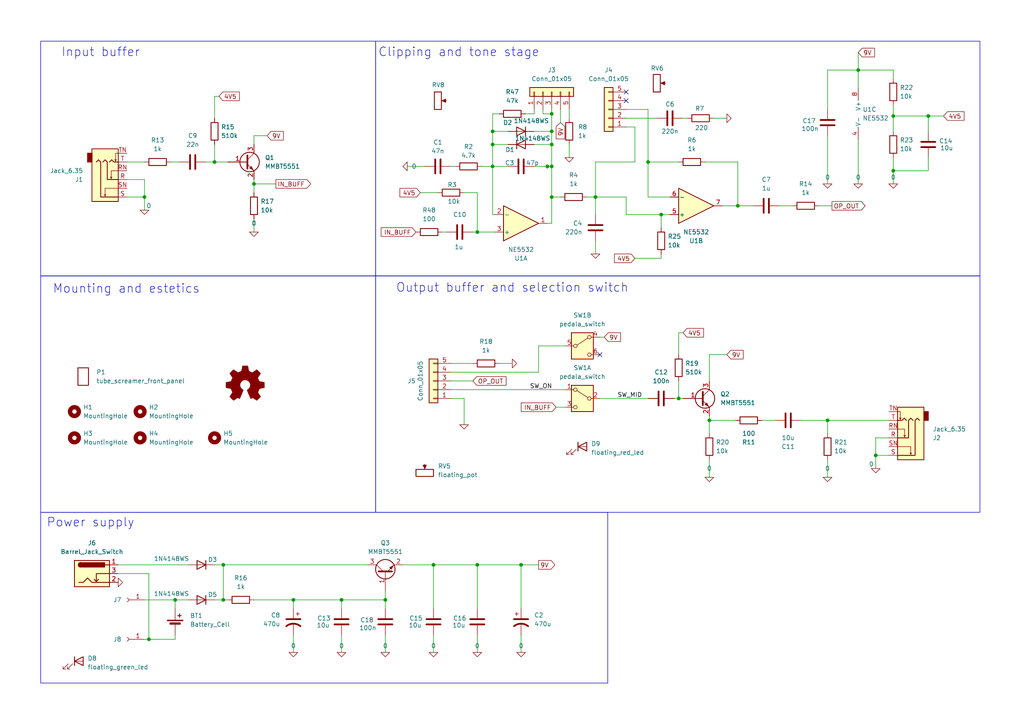
<source format=kicad_sch>
(kicad_sch (version 20250114) (generator "eeschema") (generator_version "9.0")
  (paper "A4")
  (lib_symbols
    (symbol "Amplifier_Operational:NE5532" (pin_names (offset 0.127))
      (property "Reference" "U" (at 0 5.08 0))
      (property "Value" "NE5532" (at 0 -5.08 0))
      (symbol "NE5532_1_1"
        (pin input line (at -7.62 2.54 0) (length 2.54) (name "+") (number "3"))
        (pin input line (at -7.62 -2.54 0) (length 2.54) (name "-") (number "2"))
        (pin output line (at 7.62 0 180) (length 2.54) (name "~") (number "1"))
      )
      (symbol "NE5532_2_1"
        (pin input line (at -7.62 2.54 0) (length 2.54) (name "+") (number "5"))
        (pin input line (at -7.62 -2.54 0) (length 2.54) (name "-") (number "6"))
        (pin output line (at 7.62 0 180) (length 2.54) (name "~") (number "7"))
      )
      (symbol "NE5532_3_1"
        (pin power_in line (at -2.54 7.62 270) (length 3.81) (name "V+") (number "8"))
        (pin power_in line (at -2.54 -7.62 90) (length 3.81) (name "V-") (number "4"))
      )
    )
    (symbol "Connector:Barrel_Jack_Switch" (pin_names (hide yes))
      (property "Reference" "J" (at 0 5.334 0))
      (property "Value" "Barrel_Jack_Switch" (at 0 -5.08 0))
      (symbol "Barrel_Jack_Switch_1_1"
        (pin passive line (at 7.62 2.54 180) (length 2.54) (name "~") (number "1"))
        (pin passive line (at 7.62 0 180) (length 2.54) (name "~") (number "3"))
        (pin passive line (at 7.62 -2.54 180) (length 2.54) (name "~") (number "2"))
      )
    )
    (symbol "Connector:Conn_01x01_Socket" (pin_names (offset 1.016) (hide yes))
      (property "Reference" "J" (at 0 2.54 0))
      (property "Value" "Conn_01x01_Socket" (at 0 -2.54 0))
      (symbol "Conn_01x01_Socket_1_1"
        (pin passive line (at -5.08 0 0) (length 3.81) (name "Pin_1") (number "1"))
      )
    )
    (symbol "Connector_Generic:Conn_01x05" (pin_names (offset 1.016) (hide yes))
      (property "Reference" "J" (at 0 7.62 0))
      (property "Value" "Conn_01x05" (at 0 -7.62 0))
      (symbol "Conn_01x05_1_1"
        (pin passive line (at -5.08 5.08 0) (length 3.81) (name "Pin_1") (number "1"))
        (pin passive line (at -5.08 2.54 0) (length 3.81) (name "Pin_2") (number "2"))
        (pin passive line (at -5.08 0 0) (length 3.81) (name "Pin_3") (number "3"))
        (pin passive line (at -5.08 -2.54 0) (length 3.81) (name "Pin_4") (number "4"))
        (pin passive line (at -5.08 -5.08 0) (length 3.81) (name "Pin_5") (number "5"))
      )
    )
    (symbol "Device:Battery_Cell" (pin_numbers (hide yes)) (pin_names (offset 0) (hide yes))
      (property "Reference" "BT" (at 2.54 2.54 0))
      (property "Value" "Battery_Cell" (at 2.54 0 0))
      (symbol "Battery_Cell_1_1"
        (pin passive line (at 0 5.08 270) (length 2.54) (name "+") (number "1"))
        (pin passive line (at 0 -2.54 90) (length 2.54) (name "-") (number "2"))
      )
    )
    (symbol "Device:C" (pin_numbers (hide yes)) (pin_names (offset 0.254))
      (property "Reference" "C" (at 0.635 2.54 0))
      (property "Value" "C" (at 0.635 -2.54 0))
      (symbol "C_1_1"
        (pin passive line (at 0 3.81 270) (length 2.794) (name "~") (number "1"))
        (pin passive line (at 0 -3.81 90) (length 2.794) (name "~") (number "2"))
      )
    )
    (symbol "Device:C_Polarized_US" (pin_numbers (hide yes)) (pin_names (offset 0.254) (hide yes))
      (property "Reference" "C" (at 0.635 2.54 0))
      (property "Value" "C_Polarized_US" (at 0.635 -2.54 0))
      (symbol "C_Polarized_US_1_1"
        (pin passive line (at 0 3.81 270) (length 2.794) (name "~") (number "1"))
        (pin passive line (at 0 -3.81 90) (length 3.302) (name "~") (number "2"))
      )
    )
    (symbol "Device:R" (pin_numbers (hide yes)) (pin_names (offset 0))
      (property "Reference" "R" (at 2.032 0 90))
      (property "Value" "R" (at 0 0 90))
      (symbol "R_1_1"
        (pin passive line (at 0 3.81 270) (length 1.27) (name "~") (number "1"))
        (pin passive line (at 0 -3.81 90) (length 1.27) (name "~") (number "2"))
      )
    )
    (symbol "Diode:1N4148WS" (pin_numbers (hide yes)) (pin_names (hide yes))
      (property "Reference" "D" (at 0 2.54 0))
      (property "Value" "1N4148WS" (at 0 -2.54 0))
      (symbol "1N4148WS_1_1"
        (pin passive line (at -3.81 0 0) (length 2.54) (name "K") (number "1"))
        (pin passive line (at 3.81 0 180) (length 2.54) (name "A") (number "2"))
      )
    )
    (symbol "Graphic:Logo_Open_Hardware_Small" (in_bom no) (on_board no))
    (symbol "Mechanical:MountingHole" (pin_names (offset 1.016))
      (property "Reference" "H" (at 0 5.08 0))
      (property "Value" "MountingHole" (at 0 3.175 0))
    )
    (symbol "Simulation_SPICE:0" (power) (pin_names (offset 0))
      (property "Value" "0" (at 0 -1.778 0))
      (symbol "0_1_1"
        (pin power_in line (at 0 0 0) (length 0) (hide yes) (name "0") (number "1"))
      )
    )
    (symbol "Transistor_BJT:BC817" (pin_names (offset 0) (hide yes))
      (property "Reference" "Q" (at 5.08 1.905 0))
      (property "Value" "BC817" (at 5.08 0 0))
      (symbol "BC817_1_1"
        (pin input line (at -5.08 0 0) (length 5.715) (name "B") (number "1"))
        (pin passive line (at 2.54 5.08 270) (length 2.54) (name "C") (number "3"))
        (pin passive line (at 2.54 -5.08 90) (length 2.54) (name "E") (number "2"))
      )
    )
    (symbol "pedale:Jack_6.35"
      (property "Reference" "J" (at 0 11.43 0))
      (property "Value" "Jack_6.35" (at 0 8.89 0))
      (symbol "Jack_6.35_1_1"
        (pin passive line (at 5.08 5.08 180) (length 2.54) (name "~") (number "S"))
        (pin passive line (at 5.08 2.54 180) (length 2.54) (name "~") (number "SN"))
        (pin passive line (at 5.08 0 180) (length 2.54) (name "~") (number "R"))
        (pin passive line (at 5.08 -2.54 180) (length 2.54) (name "~") (number "RN"))
        (pin passive line (at 5.08 -5.08 180) (length 2.54) (name "~") (number "T"))
        (pin passive line (at 5.08 -7.62 180) (length 2.54) (name "~") (number "TN"))
      )
    )
    (symbol "pedale:floating_green_led" (pin_numbers (hide yes)) (pin_names (offset 1.016) (hide yes))
      (property "Reference" "D" (at 0 2.54 0))
      (property "Value" "floating_green_led" (at 0 -2.54 0))
    )
    (symbol "pedale:floating_pot" (pin_names (offset 1.016) (hide yes))
      (property "Reference" "RV" (at -4.445 0 90))
      (property "Value" "floating_pot" (at -2.54 0 90))
    )
    (symbol "pedale:floating_red_led" (pin_numbers (hide yes)) (pin_names (offset 1.016) (hide yes))
      (property "Reference" "D" (at 0 2.54 0))
      (property "Value" "floating_red_led" (at 0 -2.54 0))
    )
    (symbol "pedale:pedala_switch" (pin_names (offset 0) (hide yes))
      (property "Reference" "SW" (at 0 5.08 0))
      (property "Value" "pedala_switch" (at 0 -5.08 0))
      (symbol "pedala_switch_1_1"
        (pin passive line (at -5.08 0 0) (length 2.54) (name "B") (number "2"))
        (pin passive line (at 5.08 2.54 180) (length 2.54) (name "A") (number "1"))
        (pin passive line (at 5.08 -2.54 180) (length 2.54) (name "C") (number "3"))
      )
      (symbol "pedala_switch_2_1"
        (pin passive line (at -5.08 0 0) (length 2.54) (name "B") (number "5"))
        (pin passive line (at 5.08 2.54 180) (length 2.54) (name "A") (number "4"))
        (pin passive line (at 5.08 -2.54 180) (length 2.54) (name "C") (number "6"))
      )
    )
    (symbol "pedale:tube_screamer_front_panel" (pin_names (offset 1.016) (hide yes))
      (property "Reference" "P" (at 0.254 4.318 0))
      (property "Value" "tube_screamer_front_panel" (at -2.54 0 90))
    )
  )
  (rectangle (start 108.966 11.938) (end 284.226 80.01))
  (rectangle (start 11.811 80.01) (end 108.966 148.59))
  (rectangle (start 108.966 80.01) (end 284.226 148.59))
  (rectangle (start 11.811 11.938) (end 108.966 80.01))
  (rectangle (start 11.811 148.59) (end 176.276 198.12))
  (text "Input buffer" (at 29.21 15.24 0) (effects (font (size 2.54 2.54))))
  (text "Mounting and estetics" (at 15.24 85.344 0) (effects (font (size 2.54 2.54)) (justify left bottom)))
  (text "Clipping and tone stage" (at 133.096 15.24 0) (effects (font (size 2.54 2.54))))
  (text "Output buffer and selection switch" (at 148.59 83.566 0) (effects (font (size 2.54 2.54))))
  (text "Power supply" (at 13.462 151.638 0) (effects (font (size 2.54 2.54)) (justify left)))
  (junction (at 142.875 38.1))
  (junction (at 64.77 173.99))
  (junction (at 259.08 33.655))
  (junction (at 187.96 46.99))
  (junction (at 142.875 48.26))
  (junction (at 160.02 57.15))
  (junction (at 99.06 173.99))
  (junction (at 73.66 53.34))
  (junction (at 64.77 163.83))
  (junction (at 41.91 57.15))
  (junction (at 205.74 121.92))
  (junction (at 259.08 49.53))
  (junction (at 111.76 173.99))
  (junction (at 62.23 46.99))
  (junction (at 213.995 59.69))
  (junction (at 43.18 185.42))
  (junction (at 248.92 20.32))
  (junction (at 85.09 173.99))
  (junction (at 254 132.08))
  (junction (at 160.02 38.1))
  (junction (at 151.13 163.83))
  (junction (at 196.85 115.57))
  (junction (at 240.03 121.92))
  (junction (at 191.77 62.23))
  (junction (at 138.43 67.31))
  (junction (at 158.75 48.26))
  (junction (at 160.02 41.91))
  (junction (at 269.24 33.655))
  (junction (at 172.72 57.15))
  (junction (at 50.8 173.99))
  (junction (at 160.02 33.02))
  (junction (at 138.43 163.83))
  (junction (at 160.02 48.26))
  (junction (at 142.875 41.91))
  (junction (at 125.73 163.83))
  (no_connect (at 173.99 102.87))
  (no_connect (at 181.61 26.67))
  (no_connect (at 181.61 29.21))
  (wire (pts (xy 73.66 39.37) (xy 73.66 41.91)))
  (wire (pts (xy 64.77 163.83) (xy 106.68 163.83)))
  (wire (pts (xy 111.76 171.45) (xy 111.76 173.99)))
  (wire (pts (xy 196.85 110.49) (xy 196.85 115.57)))
  (wire (pts (xy 181.61 36.83) (xy 184.15 36.83)))
  (wire (pts (xy 147.32 38.1) (xy 142.875 38.1)))
  (wire (pts (xy 130.81 105.41) (xy 137.16 105.41)))
  (wire (pts (xy 36.83 57.15) (xy 41.91 57.15)))
  (wire (pts (xy 269.24 33.655) (xy 269.24 38.1)))
  (wire (pts (xy 62.23 34.29) (xy 62.23 27.94)))
  (wire (pts (xy 160.02 41.91) (xy 160.02 48.26)))
  (wire (pts (xy 138.43 184.15) (xy 138.43 189.23)))
  (wire (pts (xy 226.06 59.69) (xy 229.87 59.69)))
  (wire (pts (xy 62.23 41.91) (xy 62.23 46.99)))
  (wire (pts (xy 130.81 48.26) (xy 132.08 48.26)))
  (wire (pts (xy 232.41 121.92) (xy 240.03 121.92)))
  (wire (pts (xy 237.49 59.69) (xy 241.3 59.69)))
  (wire (pts (xy 165.1 31.75) (xy 165.1 34.29)))
  (wire (pts (xy 139.7 48.26) (xy 142.875 48.26)))
  (wire (pts (xy 161.29 118.11) (xy 163.83 118.11)))
  (wire (pts (xy 240.03 121.92) (xy 240.03 125.73)))
  (wire (pts (xy 196.85 96.52) (xy 198.12 96.52)))
  (wire (pts (xy 156.21 100.33) (xy 156.21 107.95)))
  (wire (pts (xy 41.91 185.42) (xy 43.18 185.42)))
  (wire (pts (xy 240.03 31.75) (xy 240.03 20.32)))
  (wire (pts (xy 165.1 41.91) (xy 165.1 45.72)))
  (wire (pts (xy 125.73 184.15) (xy 125.73 189.23)))
  (wire (pts (xy 205.74 102.87) (xy 210.82 102.87)))
  (wire (pts (xy 181.61 57.15) (xy 172.72 57.15)))
  (wire (pts (xy 50.8 173.99) (xy 54.61 173.99)))
  (wire (pts (xy 154.94 38.1) (xy 160.02 38.1)))
  (wire (pts (xy 160.02 57.15) (xy 162.56 57.15)))
  (wire (pts (xy 240.03 121.92) (xy 257.81 121.92)))
  (wire (pts (xy 85.09 184.15) (xy 85.09 189.23)))
  (wire (pts (xy 205.74 102.87) (xy 205.74 110.49)))
  (wire (pts (xy 138.43 163.83) (xy 125.73 163.83)))
  (wire (pts (xy 205.74 121.92) (xy 205.74 120.65)))
  (wire (pts (xy 156.21 100.33) (xy 163.83 100.33)))
  (wire (pts (xy 196.85 102.87) (xy 196.85 96.52)))
  (wire (pts (xy 173.99 115.57) (xy 187.96 115.57)))
  (wire (pts (xy 160.02 48.26) (xy 160.02 57.15)))
  (wire (pts (xy 142.875 48.26) (xy 142.875 62.23)))
  (wire (pts (xy 259.08 30.48) (xy 259.08 33.655)))
  (wire (pts (xy 154.94 41.91) (xy 160.02 41.91)))
  (wire (pts (xy 118.11 48.26) (xy 123.19 48.26)))
  (wire (pts (xy 49.53 46.99) (xy 52.07 46.99)))
  (wire (pts (xy 248.92 40.64) (xy 248.92 53.34)))
  (wire (pts (xy 85.09 173.99) (xy 99.06 173.99)))
  (wire (pts (xy 205.74 121.92) (xy 213.36 121.92)))
  (wire (pts (xy 269.24 33.655) (xy 273.685 33.655)))
  (wire (pts (xy 240.03 133.35) (xy 240.03 138.43)))
  (wire (pts (xy 138.43 67.31) (xy 143.51 67.31)))
  (wire (pts (xy 157.48 31.75) (xy 157.48 33.02)))
  (wire (pts (xy 157.48 33.02) (xy 160.02 33.02)))
  (wire (pts (xy 196.85 115.57) (xy 198.12 115.57)))
  (wire (pts (xy 257.81 127) (xy 254 127)))
  (wire (pts (xy 195.58 115.57) (xy 196.85 115.57)))
  (wire (pts (xy 160.02 48.26) (xy 158.75 48.26)))
  (wire (pts (xy 240.03 39.37) (xy 240.03 53.34)))
  (wire (pts (xy 36.83 46.99) (xy 41.91 46.99)))
  (wire (pts (xy 158.75 64.77) (xy 160.02 64.77)))
  (wire (pts (xy 99.06 184.15) (xy 99.06 189.23)))
  (wire (pts (xy 41.91 57.15) (xy 41.91 60.96)))
  (wire (pts (xy 248.92 20.32) (xy 259.08 20.32)))
  (wire (pts (xy 99.06 173.99) (xy 99.06 176.53)))
  (wire (pts (xy 111.76 176.53) (xy 111.76 173.99)))
  (wire (pts (xy 116.84 163.83) (xy 125.73 163.83)))
  (wire (pts (xy 36.83 52.07) (xy 41.91 52.07)))
  (wire (pts (xy 181.61 34.29) (xy 190.5 34.29)))
  (wire (pts (xy 158.75 48.26) (xy 158.75 48.895)))
  (wire (pts (xy 240.03 20.32) (xy 248.92 20.32)))
  (wire (pts (xy 41.91 173.99) (xy 50.8 173.99)))
  (wire (pts (xy 204.47 46.99) (xy 213.995 46.99)))
  (wire (pts (xy 64.77 163.83) (xy 64.77 173.99)))
  (wire (pts (xy 198.12 34.29) (xy 199.39 34.29)))
  (wire (pts (xy 187.96 46.99) (xy 187.96 57.15)))
  (wire (pts (xy 142.875 41.91) (xy 142.875 38.1)))
  (wire (pts (xy 50.8 176.53) (xy 50.8 173.99)))
  (wire (pts (xy 138.43 55.88) (xy 138.43 67.31)))
  (wire (pts (xy 59.69 46.99) (xy 62.23 46.99)))
  (wire (pts (xy 170.18 57.15) (xy 172.72 57.15)))
  (wire (pts (xy 156.21 163.83) (xy 151.13 163.83)))
  (wire (pts (xy 248.92 15.24) (xy 248.92 20.32)))
  (wire (pts (xy 191.77 66.04) (xy 191.77 62.23)))
  (wire (pts (xy 213.995 59.69) (xy 213.995 46.99)))
  (wire (pts (xy 184.15 74.93) (xy 191.77 74.93)))
  (wire (pts (xy 62.23 46.99) (xy 66.04 46.99)))
  (wire (pts (xy 154.94 31.75) (xy 154.94 33.02)))
  (wire (pts (xy 154.94 33.02) (xy 152.4 33.02)))
  (wire (pts (xy 73.66 53.34) (xy 73.66 52.07)))
  (wire (pts (xy 130.81 110.49) (xy 137.16 110.49)))
  (wire (pts (xy 138.43 163.83) (xy 138.43 176.53)))
  (wire (pts (xy 162.56 35.56) (xy 162.56 31.75)))
  (wire (pts (xy 130.81 115.57) (xy 134.62 115.57)))
  (wire (pts (xy 43.18 166.37) (xy 43.18 185.42)))
  (wire (pts (xy 205.74 121.92) (xy 205.74 125.73)))
  (wire (pts (xy 181.61 62.23) (xy 181.61 57.15)))
  (wire (pts (xy 187.96 57.15) (xy 194.31 57.15)))
  (wire (pts (xy 259.08 49.53) (xy 259.08 53.34)))
  (wire (pts (xy 73.66 53.34) (xy 80.01 53.34)))
  (wire (pts (xy 269.24 49.53) (xy 259.08 49.53)))
  (wire (pts (xy 41.91 52.07) (xy 41.91 57.15)))
  (wire (pts (xy 207.01 34.29) (xy 210.82 34.29)))
  (wire (pts (xy 259.08 22.86) (xy 259.08 20.32)))
  (wire (pts (xy 259.08 45.72) (xy 259.08 49.53)))
  (wire (pts (xy 73.66 39.37) (xy 77.47 39.37)))
  (wire (pts (xy 127 55.88) (xy 121.92 55.88)))
  (wire (pts (xy 130.81 113.03) (xy 163.83 113.03)))
  (wire (pts (xy 254 127) (xy 254 132.08)))
  (wire (pts (xy 62.23 163.83) (xy 64.77 163.83)))
  (wire (pts (xy 248.92 25.4) (xy 248.92 20.32)))
  (wire (pts (xy 99.06 173.99) (xy 111.76 173.99)))
  (wire (pts (xy 142.875 48.26) (xy 147.32 48.26)))
  (wire (pts (xy 184.15 36.83) (xy 184.15 46.99)))
  (wire (pts (xy 213.995 59.69) (xy 218.44 59.69)))
  (wire (pts (xy 209.55 59.69) (xy 213.995 59.69)))
  (wire (pts (xy 85.09 173.99) (xy 85.09 176.53)))
  (wire (pts (xy 160.02 33.02) (xy 160.02 38.1)))
  (wire (pts (xy 160.02 64.77) (xy 160.02 57.15)))
  (wire (pts (xy 111.76 184.15) (xy 111.76 189.23)))
  (wire (pts (xy 134.62 115.57) (xy 134.62 123.19)))
  (wire (pts (xy 144.78 33.02) (xy 142.875 33.02)))
  (wire (pts (xy 156.21 107.95) (xy 130.81 107.95)))
  (wire (pts (xy 191.77 62.23) (xy 194.31 62.23)))
  (wire (pts (xy 62.23 173.99) (xy 64.77 173.99)))
  (wire (pts (xy 224.79 121.92) (xy 220.98 121.92)))
  (wire (pts (xy 191.77 74.93) (xy 191.77 73.66)))
  (wire (pts (xy 205.74 133.35) (xy 205.74 138.43)))
  (wire (pts (xy 73.66 63.5) (xy 73.66 67.31)))
  (wire (pts (xy 187.96 31.75) (xy 187.96 46.99)))
  (wire (pts (xy 187.96 31.75) (xy 181.61 31.75)))
  (wire (pts (xy 34.29 163.83) (xy 54.61 163.83)))
  (wire (pts (xy 160.02 38.1) (xy 160.02 41.91)))
  (wire (pts (xy 184.15 46.99) (xy 172.72 46.99)))
  (wire (pts (xy 151.13 184.15) (xy 151.13 189.23)))
  (wire (pts (xy 142.875 41.91) (xy 142.875 48.26)))
  (wire (pts (xy 151.13 163.83) (xy 138.43 163.83)))
  (wire (pts (xy 142.875 41.91) (xy 147.32 41.91)))
  (wire (pts (xy 73.66 173.99) (xy 85.09 173.99)))
  (wire (pts (xy 43.18 185.42) (xy 50.8 185.42)))
  (wire (pts (xy 142.875 33.02) (xy 142.875 38.1)))
  (wire (pts (xy 160.02 31.75) (xy 160.02 33.02)))
  (wire (pts (xy 50.8 184.15) (xy 50.8 185.42)))
  (wire (pts (xy 254 132.08) (xy 254 135.89)))
  (wire (pts (xy 128.27 67.31) (xy 129.54 67.31)))
  (wire (pts (xy 143.51 62.23) (xy 142.875 62.23)))
  (wire (pts (xy 259.08 33.655) (xy 259.08 38.1)))
  (wire (pts (xy 269.24 33.655) (xy 259.08 33.655)))
  (wire (pts (xy 151.13 163.83) (xy 151.13 176.53)))
  (wire (pts (xy 125.73 163.83) (xy 125.73 176.53)))
  (wire (pts (xy 137.16 67.31) (xy 138.43 67.31)))
  (wire (pts (xy 187.96 46.99) (xy 196.85 46.99)))
  (wire (pts (xy 172.72 46.99) (xy 172.72 57.15)))
  (wire (pts (xy 134.62 55.88) (xy 138.43 55.88)))
  (wire (pts (xy 254 132.08) (xy 257.81 132.08)))
  (wire (pts (xy 144.78 105.41) (xy 148.59 105.41)))
  (wire (pts (xy 34.29 166.37) (xy 43.18 166.37)))
  (wire (pts (xy 191.77 62.23) (xy 181.61 62.23)))
  (wire (pts (xy 62.23 27.94) (xy 63.5 27.94)))
  (wire (pts (xy 175.26 97.79) (xy 173.99 97.79)))
  (wire (pts (xy 172.72 69.85) (xy 172.72 73.66)))
  (wire (pts (xy 269.24 45.72) (xy 269.24 49.53)))
  (wire (pts (xy 154.94 48.26) (xy 158.75 48.26)))
  (wire (pts (xy 73.66 53.34) (xy 73.66 55.88)))
  (wire (pts (xy 172.72 57.15) (xy 172.72 62.23)))
  (wire (pts (xy 66.04 173.99) (xy 64.77 173.99)))
  (label "SW_MID" (at 179.07 115.57 0))
  (label "SW_ON" (at 153.67 113.03 0))
  (global_label "9V" (shape input) (at 248.92 15.24 0) (property "Intersheetrefs" "${INTERSHEET_REFS}" (effects (hide yes))))
  (global_label "IN_BUFF" (shape input) (at 120.65 67.31 180) (property "Intersheetrefs" "${INTERSHEET_REFS}" (effects (hide yes))))
  (global_label "9V" (shape input) (at 162.56 35.56 270) (property "Intersheetrefs" "${INTERSHEET_REFS}" (effects (hide yes))))
  (global_label "9V" (shape input) (at 77.47 39.37 0) (property "Intersheetrefs" "${INTERSHEET_REFS}" (effects (hide yes))))
  (global_label "4V5" (shape input) (at 198.12 96.52 0) (property "Intersheetrefs" "${INTERSHEET_REFS}" (effects (hide yes))))
  (global_label "OP_OUT" (shape input) (at 137.16 110.49 0) (property "Intersheetrefs" "${INTERSHEET_REFS}" (effects (hide yes))))
  (global_label "4V5" (shape input) (at 184.15 74.93 180) (property "Intersheetrefs" "${INTERSHEET_REFS}" (effects (hide yes))))
  (global_label "9V" (shape input) (at 210.82 102.87 0) (property "Intersheetrefs" "${INTERSHEET_REFS}" (effects (hide yes))))
  (global_label "IN_BUFF" (shape input) (at 161.29 118.11 180) (property "Intersheetrefs" "${INTERSHEET_REFS}" (effects (hide yes))))
  (global_label "4V5" (shape input) (at 273.685 33.655 0) (property "Intersheetrefs" "${INTERSHEET_REFS}" (effects (hide yes))))
  (global_label "4V5" (shape input) (at 63.5 27.94 0) (property "Intersheetrefs" "${INTERSHEET_REFS}" (effects (hide yes))))
  (global_label "9V" (shape input) (at 175.26 97.79 0) (property "Intersheetrefs" "${INTERSHEET_REFS}" (effects (hide yes))))
  (global_label "4V5" (shape input) (at 121.92 55.88 180) (property "Intersheetrefs" "${INTERSHEET_REFS}" (effects (hide yes))))
  (global_label "OP_OUT" (shape output) (at 241.3 59.69 0) (property "Intersheetrefs" "${INTERSHEET_REFS}" (effects (hide yes))))
  (global_label "IN_BUFF" (shape output) (at 80.01 53.34 0) (property "Intersheetrefs" "${INTERSHEET_REFS}" (effects (hide yes))))
  (global_label "9V" (shape output) (at 156.21 163.83 0) (property "Intersheetrefs" "${INTERSHEET_REFS}" (effects (hide yes))))
  (symbol (lib_id "Device:R") (at 69.85 173.99 270) (unit 1)
    (property "Reference" "R16" (at 69.85 167.64 90))
    (property "Value" "1k" (at 69.85 170.18 90))
    (property "Footprint" "Resistor_SMD:R_0603_1608Metric_Pad0.98x0.95mm_HandSolder" (effects (hide yes)))
    (property "LCSC" "C21190" (effects (hide yes)))
  )
  (symbol (lib_id "Device:R") (at 148.59 33.02 90) (unit 1)
    (property "Reference" "R47" (at 148.59 26.67 90))
    (property "Value" "47k" (at 148.59 29.21 90))
    (property "Footprint" "Resistor_SMD:R_0603_1608Metric_Pad0.98x0.95mm_HandSolder" (effects (hide yes)))
    (property "LCSC" "C25819" (effects (hide yes)))
  )
  (symbol (lib_id "Connector_Generic:Conn_01x05") (at 160.02 26.67 90) (unit 1)
    (property "Reference" "J3" (at 160.02 20.32 90))
    (property "Value" "Conn_01x05" (at 160.02 22.86 90))
    (property "Footprint" "Connector_JST:JST_EH_B5B-EH-A_1x05_P2.50mm_Vertical" (effects (hide yes)))
    (property "Description" "Generic connector, single row, 01x05, script generated (kicad-library-utils/schlib/autogen/connector/)" (effects (hide yes)))
  )
  (symbol (lib_id "Diode:1N4148WS") (at 151.13 41.91 0) (unit 1)
    (property "Reference" "D1" (at 146.558 43.434 0) (effects (justify left)))
    (property "Value" "1N4148WS" (at 149.352 40.132 0) (effects (justify left)))
    (property "Footprint" "Diode_SMD:D_SOD-323" (effects (hide yes)))
    (property "Datasheet" "https://www.vishay.com/docs/85751/1n4148ws.pdf" (effects (hide yes)))
    (property "Sim.Device" "D" (effects (hide yes)))
    (property "Sim.Pins" "1=K 2=A" (effects (hide yes)))
    (property "Sim.Library" "/home/ostoja/spice_models/diode/1N4148.lib" (effects (hide yes)))
    (property "Sim.Name" "1N4148" (effects (hide yes)))
    (property "LCSC" "C2128" (effects (hide yes)))
  )
  (symbol (lib_id "Mechanical:MountingHole") (at 21.59 127 0) (unit 1)
    (property "Reference" "H3" (at 24.13 125.73 0) (effects (justify left)))
    (property "Value" "MountingHole" (at 24.13 128.27 0) (effects (justify left)))
    (property "Footprint" "pedale:M3_hole_with_spacer" (effects (hide yes)))
  )
  (symbol (lib_id "Diode:1N4148WS") (at 58.42 173.99 180) (unit 1)
    (property "Reference" "D5" (at 62.992 172.466 0) (effects (justify left)))
    (property "Value" "1N4148WS" (at 54.864 172.212 0) (effects (justify left)))
    (property "Footprint" "Diode_SMD:D_SOD-323" (effects (hide yes)))
    (property "Datasheet" "https://www.vishay.com/docs/85751/1n4148ws.pdf" (effects (hide yes)))
    (property "Sim.Device" "D" (effects (hide yes)))
    (property "Sim.Pins" "1=K 2=A" (effects (hide yes)))
    (property "Sim.Library" "/home/ostoja/spice_models/diode/1N4148.lib" (effects (hide yes)))
    (property "Sim.Name" "1N4148" (effects (hide yes)))
    (property "LCSC" "C2128" (effects (hide yes)))
  )
  (symbol (lib_id "Simulation_SPICE:0") (at 111.76 189.23 0) (unit 1)
    (property "Reference" "#GND024" (effects (hide yes)))
    (property "Value" "0" (at 111.76 187.325 0))
  )
  (symbol (lib_id "Device:C") (at 172.72 66.04 0) (mirror x) (unit 1)
    (property "Reference" "C4" (at 168.91 64.7699 0) (effects (justify right)))
    (property "Value" "220n" (at 168.91 67.3099 0) (effects (justify right)))
    (property "Footprint" "Capacitor_SMD:C_0603_1608Metric_Pad1.08x0.95mm_HandSolder" (effects (hide yes)))
    (property "LCSC" "C21120" (effects (hide yes)))
  )
  (symbol (lib_id "Connector:Barrel_Jack_Switch") (at 26.67 166.37 0) (unit 1)
    (property "Reference" "J6" (at 26.67 157.48 0))
    (property "Value" "Barrel_Jack_Switch" (at 26.67 160.02 0))
    (property "Footprint" "pedale:BarrelJack" (effects (hide yes)))
    (property "Description" "DC Barrel Jack with an internal switch" (effects (hide yes)))
  )
  (symbol (lib_id "pedale:pedala_switch") (at 168.91 100.33 0) (unit 2)
    (property "Reference" "SW1" (at 168.91 91.44 0))
    (property "Value" "pedala_switch" (at 168.91 93.98 0))
    (property "Footprint" "pedale:foot_switch_tht_and_floating" (effects (hide yes)))
    (property "Description" "Switch, dual pole double throw, separate symbols" (effects (hide yes)))
  )
  (symbol (lib_id "Transistor_BJT:BC817") (at 111.76 166.37 90) (unit 1)
    (property "Reference" "Q3" (at 111.76 157.48 90))
    (property "Value" "MMBT5551" (at 111.76 160.02 90))
    (property "Footprint" "Package_TO_SOT_SMD:SOT-23" (effects (hide yes)))
    (property "Datasheet" "https://www.onsemi.com/pub/Collateral/BC818-D.pdf" (effects (hide yes)))
    (property "Sim.Library" "/home/ostoja/spice_models/bjts/BC817-40.lib" (effects (hide yes)))
    (property "Sim.Name" "BC817-40" (effects (hide yes)))
    (property "Sim.Device" "NPN" (effects (hide yes)))
    (property "Sim.Type" "GUMMELPOON" (effects (hide yes)))
    (property "Sim.Pins" "1=B 2=E 3=C" (effects (hide yes)))
    (property "Sim.Params" "is=62860a isc=187700a" (effects (hide yes)))
    (property "LCSC" "C2145" (effects (hide yes)))
  )
  (symbol (lib_id "Device:R") (at 200.66 46.99 270) (unit 1)
    (property "Reference" "R6" (at 200.66 40.64 90))
    (property "Value" "1k" (at 200.66 43.18 90))
    (property "Footprint" "Resistor_SMD:R_0603_1608Metric_Pad0.98x0.95mm_HandSolder" (effects (hide yes)))
    (property "LCSC" "C21190" (effects (hide yes)))
  )
  (symbol (lib_id "Simulation_SPICE:0") (at 240.03 53.34 0) (unit 1)
    (property "Reference" "#GND023" (effects (hide yes)))
    (property "Value" "0" (at 240.03 51.435 0))
  )
  (symbol (lib_id "Transistor_BJT:BC817") (at 203.2 115.57 0) (unit 1)
    (property "Reference" "Q2" (at 208.915 114.3 0) (effects (justify left)))
    (property "Value" "MMBT5551" (at 208.915 116.84 0) (effects (justify left)))
    (property "Footprint" "Package_TO_SOT_SMD:SOT-23" (effects (hide yes)))
    (property "Datasheet" "https://www.onsemi.com/pub/Collateral/BC818-D.pdf" (effects (hide yes)))
    (property "Sim.Library" "/home/ostoja/spice_models/bjts/BC817-40.lib" (effects (hide yes)))
    (property "Sim.Name" "BC817-40" (effects (hide yes)))
    (property "Sim.Device" "NPN" (effects (hide yes)))
    (property "Sim.Type" "GUMMELPOON" (effects (hide yes)))
    (property "Sim.Pins" "1=B 2=E 3=C" (effects (hide yes)))
    (property "Sim.Params" "is=62860a isc=187700a" (effects (hide yes)))
    (property "LCSC" "C2145" (effects (hide yes)))
  )
  (symbol (lib_id "pedale:floating_pot") (at 127 29.21 0) (unit 1)
    (property "Reference" "RV8" (at 125.222 24.638 0) (effects (justify left)))
    (property "Value" "floating_pot" (effects (hide yes)))
    (property "Footprint" "pedale:floating_pot" (effects (hide yes)))
    (property "Description" "Potentiometer" (effects (hide yes)))
  )
  (symbol (lib_id "pedale:floating_red_led") (at 168.91 129.54 0) (unit 1)
    (property "Reference" "D9" (at 171.45 128.7144 0) (effects (justify left)))
    (property "Value" "floating_red_led" (at 171.45 131.2544 0) (effects (justify left)))
    (property "Footprint" "pedale:floating_red_led" (effects (hide yes)))
    (property "Description" "Light emitting diode" (effects (hide yes)))
    (property "Sim.Pins" "1=K 2=A" (effects (hide yes)))
  )
  (symbol (lib_id "Simulation_SPICE:0") (at 99.06 189.23 0) (unit 1)
    (property "Reference" "#GND05" (effects (hide yes)))
    (property "Value" "0" (at 99.06 187.325 0))
  )
  (symbol (lib_id "Simulation_SPICE:0") (at 172.72 73.66 0) (unit 1)
    (property "Reference" "#GND09" (effects (hide yes)))
    (property "Value" "0" (effects (hide yes)))
  )
  (symbol (lib_id "Device:C") (at 111.76 180.34 180) (unit 1)
    (property "Reference" "C18" (at 106.426 179.832 0))
    (property "Value" "100n" (at 106.68 182.118 0))
    (property "Footprint" "Capacitor_SMD:C_0603_1608Metric_Pad1.08x0.95mm_HandSolder" (effects (hide yes)))
    (property "LCSC" "C14663" (effects (hide yes)))
  )
  (symbol (lib_id "Device:C") (at 133.35 67.31 90) (unit 1)
    (property "Reference" "C10" (at 133.35 62.23 90))
    (property "Value" "1u" (at 133.096 71.628 90))
    (property "Footprint" "Capacitor_SMD:C_0603_1608Metric_Pad1.08x0.95mm_HandSolder" (effects (hide yes)))
    (property "LCSC" "C15849" (effects (hide yes)))
  )
  (symbol (lib_id "Device:C") (at 127 48.26 90) (unit 1)
    (property "Reference" "C1" (at 127 41.275 90))
    (property "Value" "47n" (at 127 43.815 90))
    (property "Footprint" "Capacitor_SMD:C_0603_1608Metric_Pad1.08x0.95mm_HandSolder" (effects (hide yes)))
    (property "LCSC" "C1622" (effects (hide yes)))
  )
  (symbol (lib_id "Transistor_BJT:BC817") (at 71.12 46.99 0) (unit 1)
    (property "Reference" "Q1" (at 76.835 45.72 0) (effects (justify left)))
    (property "Value" "MMBT5551" (at 76.835 48.26 0) (effects (justify left)))
    (property "Footprint" "Package_TO_SOT_SMD:SOT-23" (effects (hide yes)))
    (property "Datasheet" "https://www.onsemi.com/pub/Collateral/BC818-D.pdf" (effects (hide yes)))
    (property "Sim.Library" "/home/ostoja/spice_models/bjts/BC817-40.lib" (effects (hide yes)))
    (property "Sim.Name" "BC817-40" (effects (hide yes)))
    (property "Sim.Device" "NPN" (effects (hide yes)))
    (property "Sim.Type" "GUMMELPOON" (effects (hide yes)))
    (property "Sim.Pins" "1=B 2=E 3=C" (effects (hide yes)))
    (property "Sim.Params" "is=62860a isc=187700a" (effects (hide yes)))
    (property "LCSC" "C2145" (effects (hide yes)))
  )
  (symbol (lib_id "Device:C") (at 191.77 115.57 90) (unit 1)
    (property "Reference" "C12" (at 191.77 107.95 90))
    (property "Value" "100n" (at 191.77 110.49 90))
    (property "Footprint" "Capacitor_SMD:C_0603_1608Metric_Pad1.08x0.95mm_HandSolder" (effects (hide yes)))
    (property "LCSC" "C14663" (effects (hide yes)))
  )
  (symbol (lib_id "pedale:pedala_switch") (at 168.91 115.57 0) (mirror y) (unit 1)
    (property "Reference" "SW1" (at 168.91 106.68 0))
    (property "Value" "pedala_switch" (at 168.91 109.22 0))
    (property "Footprint" "pedale:foot_switch_tht_and_floating" (effects (hide yes)))
    (property "Description" "Switch, dual pole double throw, separate symbols" (effects (hide yes)))
  )
  (symbol (lib_id "Simulation_SPICE:0") (at 210.82 34.29 90) (unit 1)
    (property "Reference" "#GND010" (effects (hide yes)))
    (property "Value" "0" (effects (hide yes)))
  )
  (symbol (lib_id "Simulation_SPICE:0") (at 34.29 168.91 90) (unit 1)
    (property "Reference" "#GND03" (effects (hide yes)))
    (property "Value" "0" (effects (hide yes)))
  )
  (symbol (lib_id "pedale:floating_green_led") (at 22.86 191.77 0) (unit 1)
    (property "Reference" "D8" (at 25.4 190.9444 0) (effects (justify left)))
    (property "Value" "floating_green_led" (at 25.4 193.4844 0) (effects (justify left)))
    (property "Footprint" "pedale:floating_green_led" (effects (hide yes)))
    (property "Description" "Light emitting diode" (effects (hide yes)))
    (property "Sim.Pins" "1=K 2=A" (effects (hide yes)))
  )
  (symbol (lib_id "Graphic:Logo_Open_Hardware_Small") (at 71.12 111.76 0) (unit 1)
    (property "Reference" "SIM1" (effects (hide yes)))
    (property "Value" "Logo_Open_Hardware_Small" (effects (hide yes)))
    (property "Footprint" "Symbol:OSHW-Logo2_7.3x6mm_SilkScreen" (effects (hide yes)))
    (property "Description" "Open Hardware logo, small" (effects (hide yes)))
  )
  (symbol (lib_id "Simulation_SPICE:0") (at 73.66 67.31 0) (unit 1)
    (property "Reference" "#GND08" (effects (hide yes)))
    (property "Value" "0" (at 73.66 64.77 0))
  )
  (symbol (lib_id "Device:C") (at 55.88 46.99 90) (unit 1)
    (property "Reference" "C9" (at 55.88 39.37 90))
    (property "Value" "22n" (at 55.88 41.91 90))
    (property "Footprint" "Capacitor_SMD:C_0603_1608Metric_Pad1.08x0.95mm_HandSolder" (effects (hide yes)))
    (property "LCSC" "C21122" (effects (hide yes)))
  )
  (symbol (lib_id "Device:R") (at 233.68 59.69 270) (unit 1)
    (property "Reference" "R14" (at 233.68 53.34 90))
    (property "Value" "1k" (at 233.68 55.88 90))
    (property "Footprint" "Resistor_SMD:R_0603_1608Metric_Pad0.98x0.95mm_HandSolder" (effects (hide yes)))
    (property "LCSC" "C21190" (effects (hide yes)))
  )
  (symbol (lib_id "pedale:floating_pot") (at 123.19 137.16 90) (unit 1)
    (property "Reference" "RV5" (at 127 135.1914 90) (effects (justify right)))
    (property "Value" "floating_pot" (at 127 137.7314 90) (effects (justify right)))
    (property "Footprint" "pedale:floating_pot" (effects (hide yes)))
    (property "Description" "Potentiometer" (effects (hide yes)))
  )
  (symbol (lib_id "Device:R") (at 240.03 129.54 0) (unit 1)
    (property "Reference" "R21" (at 241.935 128.27 0) (effects (justify left)))
    (property "Value" "10k" (at 241.935 130.81 0) (effects (justify left)))
    (property "Footprint" "Resistor_SMD:R_0603_1608Metric_Pad0.98x0.95mm_HandSolder" (effects (hide yes)))
    (property "LCSC" "C25804" (effects (hide yes)))
  )
  (symbol (lib_id "Device:R") (at 205.74 129.54 0) (unit 1)
    (property "Reference" "R20" (at 207.645 128.27 0) (effects (justify left)))
    (property "Value" "10k" (at 207.645 130.81 0) (effects (justify left)))
    (property "Footprint" "Resistor_SMD:R_0603_1608Metric_Pad0.98x0.95mm_HandSolder" (effects (hide yes)))
    (property "LCSC" "C25804" (effects (hide yes)))
  )
  (symbol (lib_id "Connector:Conn_01x01_Socket") (at 36.83 185.42 180) (unit 1)
    (property "Reference" "J8" (at 34.036 185.42 0))
    (property "Value" "Conn_01x01_Socket" (effects (hide yes)))
    (property "Footprint" "TestPoint:TestPoint_THTPad_D2.5mm_Drill1.2mm" (effects (hide yes)))
    (property "Description" "Generic connector, single row, 01x01, script generated" (effects (hide yes)))
  )
  (symbol (lib_id "Device:R") (at 191.77 69.85 0) (unit 1)
    (property "Reference" "R25" (at 193.675 68.58 0) (effects (justify left)))
    (property "Value" "10k" (at 193.675 71.12 0) (effects (justify left)))
    (property "Footprint" "Resistor_SMD:R_0603_1608Metric_Pad0.98x0.95mm_HandSolder" (effects (hide yes)))
    (property "LCSC" "C25804" (effects (hide yes)))
  )
  (symbol (lib_id "Diode:1N4148WS") (at 151.13 38.1 0) (mirror y) (unit 1)
    (property "Reference" "D2" (at 148.59 35.56 0) (effects (justify left)))
    (property "Value" "1N4148WS" (at 159.258 35.052 0) (effects (justify left)))
    (property "Footprint" "Diode_SMD:D_SOD-323" (effects (hide yes)))
    (property "Datasheet" "https://www.vishay.com/docs/85751/1n4148ws.pdf" (effects (hide yes)))
    (property "Sim.Device" "D" (effects (hide yes)))
    (property "Sim.Pins" "1=K 2=A" (effects (hide yes)))
    (property "Sim.Library" "/home/ostoja/spice_models/diode/1N4148.lib" (effects (hide yes)))
    (property "Sim.Name" "1N4148" (effects (hide yes)))
    (property "LCSC" "C2128" (effects (hide yes)))
  )
  (symbol (lib_id "Mechanical:MountingHole") (at 62.23 127 0) (unit 1)
    (property "Reference" "H5" (at 64.77 125.73 0) (effects (justify left)))
    (property "Value" "MountingHole" (at 64.77 128.27 0) (effects (justify left)))
    (property "Footprint" "pedale:M3_hole_with_spacer" (effects (hide yes)))
  )
  (symbol (lib_id "Simulation_SPICE:0") (at 134.62 123.19 0) (unit 1)
    (property "Reference" "#GND011" (effects (hide yes)))
    (property "Value" "0" (effects (hide yes)))
  )
  (symbol (lib_id "Simulation_SPICE:0") (at 41.91 60.96 0) (unit 1)
    (property "Reference" "#GND025" (effects (hide yes)))
    (property "Value" "0" (at 43.18 59.69 0))
  )
  (symbol (lib_id "Device:C") (at 151.13 48.26 90) (unit 1)
    (property "Reference" "C3" (at 147.828 47.244 90))
    (property "Value" "47p" (at 154.432 47.244 90))
    (property "Footprint" "Capacitor_SMD:C_0603_1608Metric_Pad1.08x0.95mm_HandSolder" (effects (hide yes)))
    (property "LCSC" "C1671" (effects (hide yes)))
  )
  (symbol (lib_id "Device:C") (at 99.06 180.34 0) (mirror y) (unit 1)
    (property "Reference" "C13" (at 93.98 179.324 0))
    (property "Value" "10u" (at 93.726 181.356 0))
    (property "Footprint" "Capacitor_SMD:C_0603_1608Metric_Pad1.08x0.95mm_HandSolder" (effects (hide yes)))
    (property "LCSC" "C96446" (effects (hide yes)))
  )
  (symbol (lib_id "Device:R") (at 130.81 55.88 270) (unit 1)
    (property "Reference" "R3" (at 129.794 53.594 90) (effects (justify left)))
    (property "Value" "10k" (at 129.794 58.42 90) (effects (justify left)))
    (property "Footprint" "Resistor_SMD:R_0603_1608Metric_Pad0.98x0.95mm_HandSolder" (effects (hide yes)))
    (property "LCSC" "C25804" (effects (hide yes)))
  )
  (symbol (lib_id "Mechanical:MountingHole") (at 40.64 119.38 0) (unit 1)
    (property "Reference" "H2" (at 43.18 118.11 0) (effects (justify left)))
    (property "Value" "MountingHole" (at 43.18 120.65 0) (effects (justify left)))
    (property "Footprint" "pedale:M3_hole_with_spacer" (effects (hide yes)))
  )
  (symbol (lib_id "Device:C") (at 125.73 180.34 0) (mirror y) (unit 1)
    (property "Reference" "C15" (at 120.65 179.324 0))
    (property "Value" "10u" (at 120.396 181.356 0))
    (property "Footprint" "Capacitor_SMD:C_0603_1608Metric_Pad1.08x0.95mm_HandSolder" (effects (hide yes)))
    (property "LCSC" "C96446" (effects (hide yes)))
  )
  (symbol (lib_id "Simulation_SPICE:0") (at 151.13 189.23 0) (unit 1)
    (property "Reference" "#GND021" (effects (hide yes)))
    (property "Value" "0" (at 151.13 187.325 0))
  )
  (symbol (lib_id "Simulation_SPICE:0") (at 138.43 189.23 0) (unit 1)
    (property "Reference" "#GND020" (effects (hide yes)))
    (property "Value" "0" (at 138.43 187.325 0))
  )
  (symbol (lib_id "Diode:1N4148WS") (at 58.42 163.83 180) (unit 1)
    (property "Reference" "D3" (at 62.992 162.306 0) (effects (justify left)))
    (property "Value" "1N4148WS" (at 54.864 162.052 0) (effects (justify left)))
    (property "Footprint" "Diode_SMD:D_SOD-323" (effects (hide yes)))
    (property "Datasheet" "https://www.vishay.com/docs/85751/1n4148ws.pdf" (effects (hide yes)))
    (property "Sim.Device" "D" (effects (hide yes)))
    (property "Sim.Pins" "1=K 2=A" (effects (hide yes)))
    (property "Sim.Library" "/home/ostoja/spice_models/diode/1N4148.lib" (effects (hide yes)))
    (property "Sim.Name" "1N4148" (effects (hide yes)))
    (property "LCSC" "C2128" (effects (hide yes)))
  )
  (symbol (lib_id "Device:R") (at 62.23 38.1 0) (unit 1)
    (property "Reference" "R15" (at 64.135 36.8299 0) (effects (justify left)))
    (property "Value" "510k" (at 64.135 39.3699 0) (effects (justify left)))
    (property "Footprint" "Resistor_SMD:R_0603_1608Metric_Pad0.98x0.95mm_HandSolder" (effects (hide yes)))
    (property "LCSC" "C23192" (effects (hide yes)))
  )
  (symbol (lib_id "Simulation_SPICE:0") (at 240.03 138.43 0) (unit 1)
    (property "Reference" "#GND014" (effects (hide yes)))
    (property "Value" "0" (at 240.03 135.89 0))
  )
  (symbol (lib_id "Device:C") (at 222.25 59.69 90) (unit 1)
    (property "Reference" "C7" (at 222.25 52.07 90))
    (property "Value" "1u" (at 222.25 54.61 90))
    (property "Footprint" "Capacitor_SMD:C_0603_1608Metric_Pad1.08x0.95mm_HandSolder" (effects (hide yes)))
    (property "LCSC" "C15849" (effects (hide yes)))
  )
  (symbol (lib_id "Mechanical:MountingHole") (at 21.59 119.38 0) (unit 1)
    (property "Reference" "H1" (at 24.13 118.11 0) (effects (justify left)))
    (property "Value" "MountingHole" (at 24.13 120.65 0) (effects (justify left)))
    (property "Footprint" "pedale:M3_hole_with_spacer" (effects (hide yes)))
  )
  (symbol (lib_id "Device:C") (at 194.31 34.29 90) (unit 1)
    (property "Reference" "C6" (at 194.31 30.226 90))
    (property "Value" "220n" (at 194.31 38.1 90))
    (property "Footprint" "Capacitor_SMD:C_0603_1608Metric_Pad1.08x0.95mm_HandSolder" (effects (hide yes)))
    (property "LCSC" "C21120" (effects (hide yes)))
  )
  (symbol (lib_id "Device:R") (at 203.2 34.29 90) (unit 1)
    (property "Reference" "R7" (at 202.946 31.496 90))
    (property "Value" "220" (at 203.454 37.084 90))
    (property "Footprint" "Resistor_SMD:R_0603_1608Metric_Pad0.98x0.95mm_HandSolder" (effects (hide yes)))
    (property "LCSC" "C25804" (effects (hide yes)))
  )
  (symbol (lib_id "Device:C") (at 138.43 180.34 0) (mirror y) (unit 1)
    (property "Reference" "C16" (at 133.35 179.324 0))
    (property "Value" "10u" (at 133.096 181.356 0))
    (property "Footprint" "Capacitor_SMD:C_0603_1608Metric_Pad1.08x0.95mm_HandSolder" (effects (hide yes)))
    (property "LCSC" "C96446" (effects (hide yes)))
  )
  (symbol (lib_id "Device:R") (at 166.37 57.15 270) (unit 1)
    (property "Reference" "R4" (at 166.37 50.8 90))
    (property "Value" "1k" (at 166.37 53.34 90))
    (property "Footprint" "Resistor_SMD:R_0603_1608Metric_Pad0.98x0.95mm_HandSolder" (effects (hide yes)))
    (property "LCSC" "C21190" (effects (hide yes)))
  )
  (symbol (lib_id "Device:C") (at 228.6 121.92 90) (mirror x) (unit 1)
    (property "Reference" "C11" (at 228.6 129.54 90))
    (property "Value" "10u" (at 228.6 127 90))
    (property "Footprint" "Capacitor_SMD:C_0603_1608Metric_Pad1.08x0.95mm_HandSolder" (effects (hide yes)))
    (property "LCSC" "C96446" (effects (hide yes)))
  )
  (symbol (lib_id "Simulation_SPICE:0") (at 85.09 189.23 0) (unit 1)
    (property "Reference" "#GND022" (effects (hide yes)))
    (property "Value" "0" (at 85.09 187.325 0))
  )
  (symbol (lib_id "Amplifier_Operational:NE5532") (at 251.46 33.02 0) (unit 3)
    (property "Reference" "U1" (at 250.19 31.7499 0) (effects (justify left)))
    (property "Value" "NE5532" (at 250.19 34.2899 0) (effects (justify left)))
    (property "Footprint" "Package_SO:SOIC-8_3.9x4.9mm_P1.27mm" (effects (hide yes)))
    (property "Datasheet" "http://www.ti.com/lit/ds/symlink/ne5532.pdf" (effects (hide yes)))
    (property "Description" "Dual Low-Noise Operational Amplifiers, DIP-8/SOIC-8" (effects (hide yes)))
    (property "LCSC" "C7426" (effects (hide yes)))
  )
  (symbol (lib_id "Device:R") (at 259.08 41.91 0) (unit 1)
    (property "Reference" "R23" (at 260.985 40.64 0) (effects (justify left)))
    (property "Value" "10k" (at 260.985 43.18 0) (effects (justify left)))
    (property "Footprint" "Resistor_SMD:R_0603_1608Metric_Pad0.98x0.95mm_HandSolder" (effects (hide yes)))
    (property "LCSC" "C25804" (effects (hide yes)))
  )
  (symbol (lib_id "Device:R") (at 217.17 121.92 90) (mirror x) (unit 1)
    (property "Reference" "R11" (at 217.17 128.27 90))
    (property "Value" "100" (at 217.17 125.73 90))
    (property "Footprint" "Resistor_SMD:R_0603_1608Metric_Pad0.98x0.95mm_HandSolder" (effects (hide yes)))
    (property "LCSC" "C22775" (effects (hide yes)))
  )
  (symbol (lib_id "Amplifier_Operational:NE5532") (at 201.93 59.69 0) (mirror x) (unit 2)
    (property "Reference" "U1" (at 201.93 69.85 0))
    (property "Value" "NE5532" (at 201.93 67.31 0))
    (property "Footprint" "Package_SO:SOIC-8_3.9x4.9mm_P1.27mm" (effects (hide yes)))
    (property "Datasheet" "http://www.ti.com/lit/ds/symlink/ne5532.pdf" (effects (hide yes)))
    (property "Description" "Dual Low-Noise Operational Amplifiers, DIP-8/SOIC-8" (effects (hide yes)))
    (property "LCSC" "C7426" (effects (hide yes)))
  )
  (symbol (lib_id "Simulation_SPICE:0") (at 165.1 45.72 0) (unit 1)
    (property "Reference" "#GND012" (effects (hide yes)))
    (property "Value" "0" (effects (hide yes)))
  )
  (symbol (lib_id "Amplifier_Operational:NE5532") (at 151.13 64.77 0) (mirror x) (unit 1)
    (property "Reference" "U1" (at 151.13 74.93 0))
    (property "Value" "NE5532" (at 151.13 72.39 0))
    (property "Footprint" "Package_SO:SOIC-8_3.9x4.9mm_P1.27mm" (effects (hide yes)))
    (property "Datasheet" "http://www.ti.com/lit/ds/symlink/ne5532.pdf" (effects (hide yes)))
    (property "Description" "Dual Low-Noise Operational Amplifiers, DIP-8/SOIC-8" (effects (hide yes)))
    (property "LCSC" "C7426" (effects (hide yes)))
  )
  (symbol (lib_id "Mechanical:MountingHole") (at 40.64 127 0) (unit 1)
    (property "Reference" "H4" (at 43.18 125.73 0) (effects (justify left)))
    (property "Value" "MountingHole" (at 43.18 128.27 0) (effects (justify left)))
    (property "Footprint" "pedale:M3_hole_with_spacer" (effects (hide yes)))
  )
  (symbol (lib_id "Device:C_Polarized_US") (at 85.09 180.34 0) (mirror y) (unit 1)
    (property "Reference" "C8" (at 81.28 178.4349 0) (effects (justify left)))
    (property "Value" "470u" (at 81.28 180.9749 0) (effects (justify left)))
    (property "Footprint" "Capacitor_THT:CP_Radial_D8.0mm_P3.50mm" (effects (hide yes)))
    (property "Description" "Polarized capacitor, US symbol" (effects (hide yes)))
  )
  (symbol (lib_id "Simulation_SPICE:0") (at 259.08 53.34 0) (unit 1)
    (property "Reference" "#GND017" (effects (hide yes)))
    (property "Value" "0" (at 259.08 51.435 0))
  )
  (symbol (lib_id "Device:R") (at 124.46 67.31 90) (unit 1)
    (property "Reference" "R48" (at 124.46 60.96 90))
    (property "Value" "100" (at 124.46 63.5 90))
    (property "Footprint" "Resistor_SMD:R_0603_1608Metric_Pad0.98x0.95mm_HandSolder" (effects (hide yes)))
    (property "LCSC" "C22775" (effects (hide yes)))
  )
  (symbol (lib_id "Device:C") (at 240.03 35.56 180) (unit 1)
    (property "Reference" "C17" (at 234.696 35.052 0))
    (property "Value" "100n" (at 234.95 37.338 0))
    (property "Footprint" "Capacitor_SMD:C_0603_1608Metric_Pad1.08x0.95mm_HandSolder" (effects (hide yes)))
    (property "LCSC" "C14663" (effects (hide yes)))
  )
  (symbol (lib_id "Connector_Generic:Conn_01x05") (at 176.53 31.75 180) (unit 1)
    (property "Reference" "J4" (at 176.53 20.32 0))
    (property "Value" "Conn_01x05" (at 176.53 22.86 0))
    (property "Footprint" "Connector_JST:JST_EH_B5B-EH-A_1x05_P2.50mm_Vertical" (effects (hide yes)))
    (property "Description" "Generic connector, single row, 01x05, script generated (kicad-library-utils/schlib/autogen/connector/)" (effects (hide yes)))
  )
  (symbol (lib_id "Connector:Conn_01x01_Socket") (at 36.83 173.99 180) (unit 1)
    (property "Reference" "J7" (at 34.036 173.99 0))
    (property "Value" "Conn_01x01_Socket" (effects (hide yes)))
    (property "Footprint" "TestPoint:TestPoint_THTPad_D2.5mm_Drill1.2mm" (effects (hide yes)))
    (property "Description" "Generic connector, single row, 01x01, script generated" (effects (hide yes)))
  )
  (symbol (lib_id "pedale:tube_screamer_front_panel") (at 24.13 109.22 0) (unit 1)
    (property "Reference" "P1" (at 27.94 107.9499 0) (effects (justify left)))
    (property "Value" "tube_screamer_front_panel" (at 27.94 110.4899 0) (effects (justify left)))
    (property "Footprint" "pedale:tube_screamer_front_plate" (effects (hide yes)))
    (property "Description" "Potentiometer" (effects (hide yes)))
  )
  (symbol (lib_id "Device:C_Polarized_US") (at 151.13 180.34 0) (unit 1)
    (property "Reference" "C2" (at 154.94 178.4349 0) (effects (justify left)))
    (property "Value" "470u" (at 154.94 180.9749 0) (effects (justify left)))
    (property "Footprint" "Capacitor_THT:CP_Radial_D8.0mm_P3.50mm" (effects (hide yes)))
    (property "Description" "Polarized capacitor, US symbol" (effects (hide yes)))
  )
  (symbol (lib_id "Simulation_SPICE:0") (at 248.92 53.34 0) (unit 1)
    (property "Reference" "#GND016" (effects (hide yes)))
    (property "Value" "0" (at 248.92 51.435 0))
  )
  (symbol (lib_id "Device:R") (at 196.85 106.68 0) (unit 1)
    (property "Reference" "R19" (at 198.755 105.4099 0) (effects (justify left)))
    (property "Value" "510k" (at 198.755 107.9499 0) (effects (justify left)))
    (property "Footprint" "Resistor_SMD:R_0603_1608Metric_Pad0.98x0.95mm_HandSolder" (effects (hide yes)))
    (property "LCSC" "C23192" (effects (hide yes)))
  )
  (symbol (lib_id "Simulation_SPICE:0") (at 125.73 189.23 0) (unit 1)
    (property "Reference" "#GND019" (effects (hide yes)))
    (property "Value" "0" (at 125.73 187.325 0))
  )
  (symbol (lib_id "Simulation_SPICE:0") (at 118.11 48.26 270) (unit 1)
    (property "Reference" "#GND02" (effects (hide yes)))
    (property "Value" "0" (at 119.38 48.26 90) (effects (justify left)))
  )
  (symbol (lib_id "Simulation_SPICE:0") (at 205.74 138.43 0) (unit 1)
    (property "Reference" "#GND013" (effects (hide yes)))
    (property "Value" "0" (at 205.74 135.89 0))
  )
  (symbol (lib_id "Simulation_SPICE:0") (at 254 135.89 0) (mirror y) (unit 1)
    (property "Reference" "#GND026" (effects (hide yes)))
    (property "Value" "0" (at 252.73 134.62 0))
  )
  (symbol (lib_id "Simulation_SPICE:0") (at 148.59 105.41 90) (unit 1)
    (property "Reference" "#GND015" (effects (hide yes)))
    (property "Value" "0" (effects (hide yes)))
  )
  (symbol (lib_id "pedale:Jack_6.35") (at 31.75 52.07 0) (mirror x) (unit 1)
    (property "Reference" "J1" (at 24.13 52.0701 0) (effects (justify right)))
    (property "Value" "Jack_6.35" (at 24.13 49.5301 0) (effects (justify right)))
    (property "Footprint" "pedale:Jack_6.35mm" (effects (hide yes)))
    (property "Description" "Audio Jack, 3 Poles (Stereo / TRS), Switched Poles (Normalling)" (effects (hide yes)))
  )
  (symbol (lib_id "Device:R") (at 165.1 38.1 0) (unit 1)
    (property "Reference" "R8" (at 167.64 36.8299 0) (effects (justify left)))
    (property "Value" "1k" (at 167.64 39.3699 0) (effects (justify left)))
    (property "Footprint" "Resistor_SMD:R_0603_1608Metric_Pad0.98x0.95mm_HandSolder" (effects (hide yes)))
    (property "LCSC" "C21190" (effects (hide yes)))
  )
  (symbol (lib_id "Device:R") (at 135.89 48.26 90) (unit 1)
    (property "Reference" "R2" (at 135.89 42.545 90))
    (property "Value" "4.7k" (at 135.89 45.085 90))
    (property "Footprint" "Resistor_SMD:R_0603_1608Metric_Pad0.98x0.95mm_HandSolder" (effects (hide yes)))
    (property "LCSC" "C23162" (effects (hide yes)))
  )
  (symbol (lib_id "Device:Battery_Cell") (at 50.8 181.61 0) (unit 1)
    (property "Reference" "BT1" (at 55.118 178.562 0) (effects (justify left)))
    (property "Value" "Battery_Cell" (at 55.118 181.102 0) (effects (justify left)))
    (property "Footprint" "pedale:BatteryHolder_Eagle_12BH611-GR" (effects (hide yes)))
    (property "Description" "Single-cell battery" (effects (hide yes)))
  )
  (symbol (lib_id "pedale:Jack_6.35") (at 262.89 127 180) (unit 1)
    (property "Reference" "J2" (at 270.51 127.0001 0) (effects (justify right)))
    (property "Value" "Jack_6.35" (at 270.51 124.4601 0) (effects (justify right)))
    (property "Footprint" "pedale:Jack_6.35mm" (effects (hide yes)))
    (property "Description" "Audio Jack, 3 Poles (Stereo / TRS), Switched Poles (Normalling)" (effects (hide yes)))
  )
  (symbol (lib_id "pedale:floating_pot") (at 190.5 24.13 0) (unit 1)
    (property "Reference" "RV6" (at 188.722 19.812 0) (effects (justify left)))
    (property "Value" "floating_pot" (effects (hide yes)))
    (property "Footprint" "pedale:floating_pot" (effects (hide yes)))
    (property "Description" "Potentiometer" (effects (hide yes)))
  )
  (symbol (lib_id "Device:R") (at 140.97 105.41 270) (unit 1)
    (property "Reference" "R18" (at 140.97 99.06 90))
    (property "Value" "1k" (at 140.97 101.6 90))
    (property "Footprint" "Resistor_SMD:R_0603_1608Metric_Pad0.98x0.95mm_HandSolder" (effects (hide yes)))
    (property "LCSC" "C21190" (effects (hide yes)))
  )
  (symbol (lib_id "Device:C") (at 269.24 41.91 0) (unit 1)
    (property "Reference" "C14" (at 274.32 40.894 0))
    (property "Value" "10u" (at 274.574 42.926 0))
    (property "Footprint" "Capacitor_SMD:C_0603_1608Metric_Pad1.08x0.95mm_HandSolder" (effects (hide yes)))
    (property "LCSC" "C96446" (effects (hide yes)))
  )
  (symbol (lib_id "Device:R") (at 259.08 26.67 0) (unit 1)
    (property "Reference" "R22" (at 260.985 25.4 0) (effects (justify left)))
    (property "Value" "10k" (at 260.985 27.94 0) (effects (justify left)))
    (property "Footprint" "Resistor_SMD:R_0603_1608Metric_Pad0.98x0.95mm_HandSolder" (effects (hide yes)))
    (property "LCSC" "C25804" (effects (hide yes)))
  )
  (symbol (lib_id "Device:R") (at 45.72 46.99 270) (unit 1)
    (property "Reference" "R13" (at 45.72 40.64 90))
    (property "Value" "1k" (at 45.72 43.18 90))
    (property "Footprint" "Resistor_SMD:R_0603_1608Metric_Pad0.98x0.95mm_HandSolder" (effects (hide yes)))
    (property "LCSC" "C21190" (effects (hide yes)))
  )
  (symbol (lib_id "Connector_Generic:Conn_01x05") (at 125.73 110.49 180) (unit 1)
    (property "Reference" "J5" (at 119.38 110.49 0))
    (property "Value" "Conn_01x05" (at 121.92 110.49 90))
    (property "Footprint" "Connector_JST:JST_EH_B5B-EH-A_1x05_P2.50mm_Vertical" (effects (hide yes)))
    (property "Description" "Generic connector, single row, 01x05, script generated (kicad-library-utils/schlib/autogen/connector/)" (effects (hide yes)))
  )
  (symbol (lib_id "Device:R") (at 73.66 59.69 0) (unit 1)
    (property "Reference" "R17" (at 75.565 58.42 0) (effects (justify left)))
    (property "Value" "10k" (at 75.565 60.96 0) (effects (justify left)))
    (property "Footprint" "Resistor_SMD:R_0603_1608Metric_Pad0.98x0.95mm_HandSolder" (effects (hide yes)))
    (property "LCSC" "C25804" (effects (hide yes)))
  )
)
</source>
